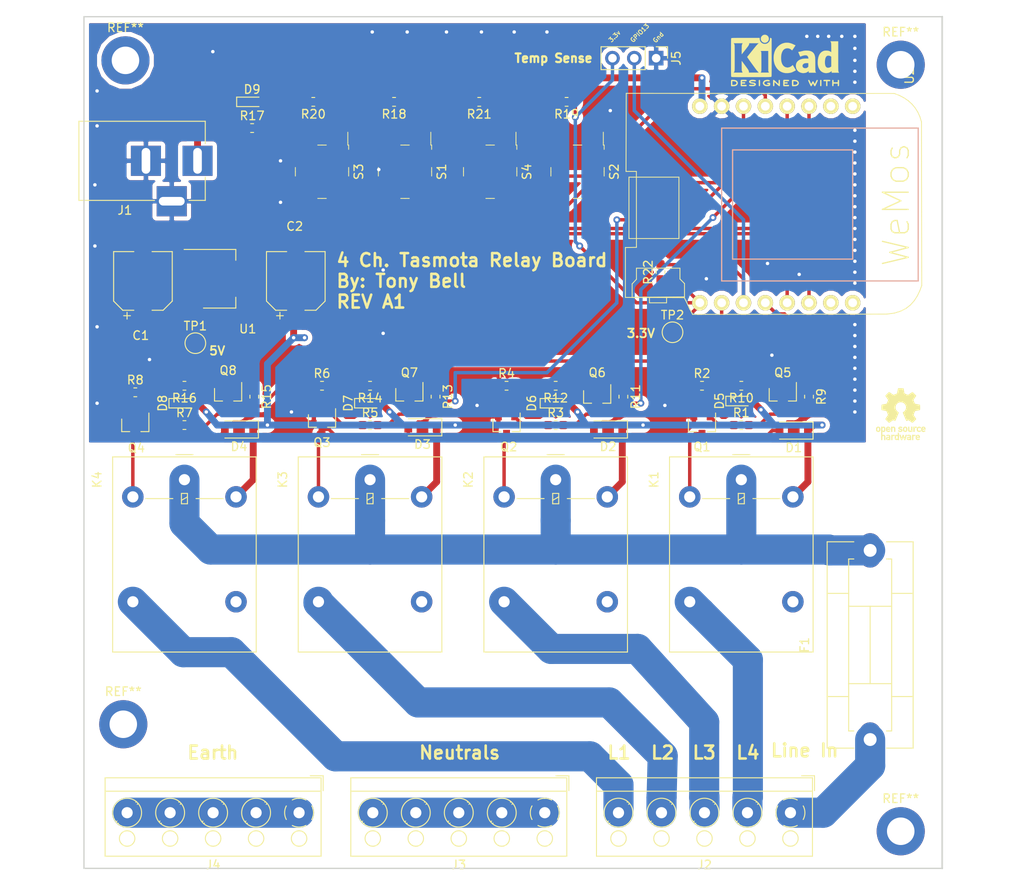
<source format=kicad_pcb>
(kicad_pcb (version 20171130) (host pcbnew "(5.0.0)")
  (layers (0 F.Cu signal) (31 B.Cu signal) (34 B.Paste user) (35 F.Paste user) (36 B.SilkS user) (37 F.SilkS user) (38 B.Mask user) (39 F.Mask user) (44 Edge.Cuts user))
  (net 0 "")
  (net 1 +5V)
  (net 2 GND)
  (net 3 "Net-(D1-Pad2)")
  (net 4 "Net-(Q1-Pad1)")
  (net 5 "Net-(D2-Pad2)")
  (net 6 "Net-(D3-Pad2)")
  (net 7 "Net-(D4-Pad2)")
  (net 8 "Net-(Q2-Pad1)")
  (net 9 "Net-(Q3-Pad1)")
  (net 10 "Net-(Q4-Pad1)")
  (net 11 Relay1)
  (net 12 Relay2)
  (net 13 Relay3)
  (net 14 Relay4)
  (net 15 L1)
  (net 16 LineIN)
  (net 17 L2)
  (net 18 L3)
  (net 19 L4)
  (net 20 Neutral)
  (net 21 Earth)
  (net 22 "Net-(K1-Pad4)")
  (net 23 "Net-(K2-Pad4)")
  (net 24 "Net-(K3-Pad4)")
  (net 25 "Net-(K4-Pad4)")
  (net 26 "Net-(U2-Pad8)")
  (net 27 "Net-(U2-Pad7)")
  (net 28 "Net-(U2-Pad10)")
  (net 29 "Net-(U2-Pad9)")
  (net 30 AC)
  (net 31 "Net-(Q8-Pad1)")
  (net 32 "Net-(D7-Pad1)")
  (net 33 "Net-(Q7-Pad3)")
  (net 34 "Net-(Q8-Pad3)")
  (net 35 "Net-(D8-Pad1)")
  (net 36 "Net-(Q5-Pad1)")
  (net 37 "Net-(Q5-Pad3)")
  (net 38 "Net-(D5-Pad1)")
  (net 39 "Net-(Q6-Pad1)")
  (net 40 "Net-(Q6-Pad3)")
  (net 41 "Net-(D6-Pad1)")
  (net 42 "Net-(Q7-Pad1)")
  (net 43 "Net-(D9-Pad2)")
  (net 44 /DC_IN)
  (net 45 "Net-(R19-Pad2)")
  (net 46 SW2)
  (net 47 SW0)
  (net 48 "Net-(R18-Pad2)")
  (net 49 "Net-(R21-Pad2)")
  (net 50 SW16)
  (net 51 SW14)
  (net 52 "Net-(R20-Pad2)")
  (net 53 +3V3)
  (net 54 OneWire)
  (module Resistor_SMD:R_0603_1608Metric_Pad1.05x0.95mm_HandSolder (layer F.Cu) (at 127 42.418 180)
    (fp_text reference R21 (at 0 -1.43 180) (layer F.SilkS))
    (fp_text value 1K)
    (pad 2 smd roundrect (at 0.875 0 180) (size 1.05 0.95) (layers F.Cu F.Paste F.Mask) (net 49 "Net-(R21-Pad2)"))
    (pad 1 smd roundrect (at -0.875 0 180) (size 1.05 0.95) (layers F.Cu F.Paste F.Mask) (net 53 +3V3))
  )
  (module Resistor_SMD:R_0603_1608Metric_Pad1.05x0.95mm_HandSolder (layer F.Cu) (at 107.696 42.418 180)
    (fp_text reference R20 (at 0 -1.43 180) (layer F.SilkS))
    (fp_text value 1K)
    (pad 1 smd roundrect (at -0.875 0 180) (size 1.05 0.95) (layers F.Cu F.Paste F.Mask) (net 53 +3V3))
    (pad 2 smd roundrect (at 0.875 0 180) (size 1.05 0.95) (layers F.Cu F.Paste F.Mask) (net 52 "Net-(R20-Pad2)"))
  )
  (module Resistor_SMD:R_0603_1608Metric_Pad1.05x0.95mm_HandSolder (layer F.Cu) (at 137.16 42.418 180)
    (fp_text reference R19 (at 0 -1.43 180) (layer F.SilkS))
    (fp_text value 1K)
    (pad 2 smd roundrect (at 0.875 0 180) (size 1.05 0.95) (layers F.Cu F.Paste F.Mask) (net 45 "Net-(R19-Pad2)"))
    (pad 1 smd roundrect (at -0.875 0 180) (size 1.05 0.95) (layers F.Cu F.Paste F.Mask) (net 53 +3V3))
  )
  (module Resistor_SMD:R_0603_1608Metric_Pad1.05x0.95mm_HandSolder (layer F.Cu) (at 117.094 42.418 180)
    (fp_text reference R18 (at 0 -1.43 180) (layer F.SilkS))
    (fp_text value 1K)
    (pad 1 smd roundrect (at -0.875 0 180) (size 1.05 0.95) (layers F.Cu F.Paste F.Mask) (net 53 +3V3))
    (pad 2 smd roundrect (at 0.875 0 180) (size 1.05 0.95) (layers F.Cu F.Paste F.Mask) (net 48 "Net-(R18-Pad2)"))
  )
  (module Resistor_SMD:R_0603_1608Metric_Pad1.05x0.95mm_HandSolder (layer F.Cu) (at 100.584 45.466)
    (fp_text reference R17 (at 0 -1.43) (layer F.SilkS))
    (fp_text value 1K)
    (pad 2 smd roundrect (at 0.875 0) (size 1.05 0.95) (layers F.Cu F.Paste F.Mask) (net 43 "Net-(D9-Pad2)"))
    (pad 1 smd roundrect (at -0.875 0) (size 1.05 0.95) (layers F.Cu F.Paste F.Mask) (net 1 +5V))
  )
  (module Resistor_SMD:R_0603_1608Metric_Pad1.05x0.95mm_HandSolder (layer F.Cu) (at 100.838 76.708 270)
    (fp_text reference R15 (at 0 -1.43 270) (layer F.SilkS))
    (fp_text value 1K)
    (pad 1 smd roundrect (at -0.875 0 270) (size 1.05 0.95) (layers F.Cu F.Paste F.Mask) (net 31 "Net-(Q8-Pad1)"))
    (pad 2 smd roundrect (at 0.875 0 270) (size 1.05 0.95) (layers F.Cu F.Paste F.Mask) (net 14 Relay4))
  )
  (module Resistor_SMD:R_0603_1608Metric_Pad1.05x0.95mm_HandSolder (layer F.Cu) (at 114.3 75.438 180)
    (fp_text reference R14 (at 0 -1.43 180) (layer F.SilkS))
    (fp_text value 1K)
    (pad 2 smd roundrect (at 0.875 0 180) (size 1.05 0.95) (layers F.Cu F.Paste F.Mask) (net 32 "Net-(D7-Pad1)"))
    (pad 1 smd roundrect (at -0.875 0 180) (size 1.05 0.95) (layers F.Cu F.Paste F.Mask) (net 33 "Net-(Q7-Pad3)"))
  )
  (module Resistor_SMD:R_0603_1608Metric_Pad1.05x0.95mm_HandSolder (layer F.Cu) (at 92.71 80.01)
    (fp_text reference R7 (at 0 -1.43) (layer F.SilkS))
    (fp_text value 1K)
    (pad 1 smd roundrect (at -0.875 0) (size 1.05 0.95) (layers F.Cu F.Paste F.Mask) (net 10 "Net-(Q4-Pad1)"))
    (pad 2 smd roundrect (at 0.875 0) (size 1.05 0.95) (layers F.Cu F.Paste F.Mask) (net 14 Relay4))
  )
  (module Resistor_SMD:R_0603_1608Metric_Pad1.05x0.95mm_HandSolder (layer F.Cu) (at 114.3 80.01)
    (fp_text reference R5 (at 0 -1.43) (layer F.SilkS))
    (fp_text value 1K)
    (pad 2 smd roundrect (at 0.875 0) (size 1.05 0.95) (layers F.Cu F.Paste F.Mask) (net 13 Relay3))
    (pad 1 smd roundrect (at -0.875 0) (size 1.05 0.95) (layers F.Cu F.Paste F.Mask) (net 9 "Net-(Q3-Pad1)"))
  )
  (module Resistor_SMD:R_0603_1608Metric_Pad1.05x0.95mm_HandSolder (layer F.Cu) (at 148.082 62.23 90)
    (fp_text reference R22 (at 0 -1.43 90) (layer F.SilkS))
    (fp_text value 4.7K)
    (pad 1 smd roundrect (at -0.875 0 90) (size 1.05 0.95) (layers F.Cu F.Paste F.Mask) (net 53 +3V3))
    (pad 2 smd roundrect (at 0.875 0 90) (size 1.05 0.95) (layers F.Cu F.Paste F.Mask) (net 54 OneWire))
  )
  (module Resistor_SMD:R_0603_1608Metric_Pad1.05x0.95mm_HandSolder (layer F.Cu) (at 108.712 75.438)
    (fp_text reference R6 (at 0 -1.43) (layer F.SilkS))
    (fp_text value 10K)
    (pad 2 smd roundrect (at 0.875 0) (size 1.05 0.95) (layers F.Cu F.Paste F.Mask) (net 9 "Net-(Q3-Pad1)"))
    (pad 1 smd roundrect (at -0.875 0) (size 1.05 0.95) (layers F.Cu F.Paste F.Mask) (net 2 GND))
  )
  (module Resistor_SMD:R_0603_1608Metric_Pad1.05x0.95mm_HandSolder (layer F.Cu) (at 92.71 75.438 180)
    (fp_text reference R16 (at 0 -1.43 180) (layer F.SilkS))
    (fp_text value 1K)
    (pad 1 smd roundrect (at -0.875 0 180) (size 1.05 0.95) (layers F.Cu F.Paste F.Mask) (net 34 "Net-(Q8-Pad3)"))
    (pad 2 smd roundrect (at 0.875 0 180) (size 1.05 0.95) (layers F.Cu F.Paste F.Mask) (net 35 "Net-(D8-Pad1)"))
  )
  (module Resistor_SMD:R_0603_1608Metric_Pad1.05x0.95mm_HandSolder (layer F.Cu) (at 152.908 75.438)
    (fp_text reference R2 (at 0 -1.43) (layer F.SilkS))
    (fp_text value 10K)
    (pad 2 smd roundrect (at 0.875 0) (size 1.05 0.95) (layers F.Cu F.Paste F.Mask) (net 4 "Net-(Q1-Pad1)"))
    (pad 1 smd roundrect (at -0.875 0) (size 1.05 0.95) (layers F.Cu F.Paste F.Mask) (net 2 GND))
  )
  (module Resistor_SMD:R_0603_1608Metric_Pad1.05x0.95mm_HandSolder (layer F.Cu) (at 157.48 80.01)
    (fp_text reference R1 (at 0 -1.43) (layer F.SilkS))
    (fp_text value 1K)
    (pad 1 smd roundrect (at -0.875 0) (size 1.05 0.95) (layers F.Cu F.Paste F.Mask) (net 4 "Net-(Q1-Pad1)"))
    (pad 2 smd roundrect (at 0.875 0) (size 1.05 0.95) (layers F.Cu F.Paste F.Mask) (net 11 Relay1))
  )
  (module Resistor_SMD:R_0603_1608Metric_Pad1.05x0.95mm_HandSolder (layer F.Cu) (at 86.995 76.2)
    (fp_text reference R8 (at 0 -1.43) (layer F.SilkS))
    (fp_text value 10K)
    (pad 2 smd roundrect (at 0.875 0) (size 1.05 0.95) (layers F.Cu F.Paste F.Mask) (net 10 "Net-(Q4-Pad1)"))
    (pad 1 smd roundrect (at -0.875 0) (size 1.05 0.95) (layers F.Cu F.Paste F.Mask) (net 2 GND))
  )
  (module Resistor_SMD:R_0603_1608Metric_Pad1.05x0.95mm_HandSolder (layer F.Cu) (at 165.354 76.708 270)
    (fp_text reference R9 (at 0 -1.43 270) (layer F.SilkS))
    (fp_text value 1K)
    (pad 1 smd roundrect (at -0.875 0 270) (size 1.05 0.95) (layers F.Cu F.Paste F.Mask) (net 36 "Net-(Q5-Pad1)"))
    (pad 2 smd roundrect (at 0.875 0 270) (size 1.05 0.95) (layers F.Cu F.Paste F.Mask) (net 11 Relay1))
  )
  (module Resistor_SMD:R_0603_1608Metric_Pad1.05x0.95mm_HandSolder (layer F.Cu) (at 157.48 75.438 180)
    (fp_text reference R10 (at 0 -1.43 180) (layer F.SilkS))
    (fp_text value 1K)
    (pad 2 smd roundrect (at 0.875 0 180) (size 1.05 0.95) (layers F.Cu F.Paste F.Mask) (net 38 "Net-(D5-Pad1)"))
    (pad 1 smd roundrect (at -0.875 0 180) (size 1.05 0.95) (layers F.Cu F.Paste F.Mask) (net 37 "Net-(Q5-Pad3)"))
  )
  (module Resistor_SMD:R_0603_1608Metric_Pad1.05x0.95mm_HandSolder (layer F.Cu) (at 143.764 76.708 270)
    (fp_text reference R11 (at 0 -1.43 270) (layer F.SilkS))
    (fp_text value 1K)
    (pad 1 smd roundrect (at -0.875 0 270) (size 1.05 0.95) (layers F.Cu F.Paste F.Mask) (net 39 "Net-(Q6-Pad1)"))
    (pad 2 smd roundrect (at 0.875 0 270) (size 1.05 0.95) (layers F.Cu F.Paste F.Mask) (net 12 Relay2))
  )
  (module Resistor_SMD:R_0603_1608Metric_Pad1.05x0.95mm_HandSolder (layer F.Cu) (at 135.89 75.438 180)
    (fp_text reference R12 (at 0 -1.43 180) (layer F.SilkS))
    (fp_text value 1K)
    (pad 2 smd roundrect (at 0.875 0 180) (size 1.05 0.95) (layers F.Cu F.Paste F.Mask) (net 41 "Net-(D6-Pad1)"))
    (pad 1 smd roundrect (at -0.875 0 180) (size 1.05 0.95) (layers F.Cu F.Paste F.Mask) (net 40 "Net-(Q6-Pad3)"))
  )
  (module Resistor_SMD:R_0603_1608Metric_Pad1.05x0.95mm_HandSolder (layer F.Cu) (at 135.89 80.01)
    (fp_text reference R3 (at 0 -1.43) (layer F.SilkS))
    (fp_text value 1K)
    (pad 1 smd roundrect (at -0.875 0) (size 1.05 0.95) (layers F.Cu F.Paste F.Mask) (net 8 "Net-(Q2-Pad1)"))
    (pad 2 smd roundrect (at 0.875 0) (size 1.05 0.95) (layers F.Cu F.Paste F.Mask) (net 12 Relay2))
  )
  (module Resistor_SMD:R_0603_1608Metric_Pad1.05x0.95mm_HandSolder (layer F.Cu) (at 130.175 75.438)
    (fp_text reference R4 (at 0 -1.43) (layer F.SilkS))
    (fp_text value 10K)
    (pad 2 smd roundrect (at 0.875 0) (size 1.05 0.95) (layers F.Cu F.Paste F.Mask) (net 8 "Net-(Q2-Pad1)"))
    (pad 1 smd roundrect (at -0.875 0) (size 1.05 0.95) (layers F.Cu F.Paste F.Mask) (net 2 GND))
  )
  (module Resistor_SMD:R_0603_1608Metric_Pad1.05x0.95mm_HandSolder (layer F.Cu) (at 121.92 76.708 270)
    (fp_text reference R13 (at 0 -1.43 270) (layer F.SilkS))
    (fp_text value 1K)
    (pad 1 smd roundrect (at -0.875 0 270) (size 1.05 0.95) (layers F.Cu F.Paste F.Mask) (net 42 "Net-(Q7-Pad1)"))
    (pad 2 smd roundrect (at 0.875 0 270) (size 1.05 0.95) (layers F.Cu F.Paste F.Mask) (net 13 Relay3))
  )
  (module Connector_PinHeader_2.54mm:PinHeader_1x03_P2.54mm_Vertical (layer F.Cu) (at 147.574 37.338 270)
    (fp_text reference J5 (at 0 -2.33 270) (layer F.SilkS))
    (fp_text value Conn_01x03_Male)
    (pad 1 thru_hole rect (at 0 0 270) (size 1.7 1.7) (drill 1) (layers *.Cu *.Mask) (net 2 GND))
    (pad 2 thru_hole oval (at 0 2.54 270) (size 1.7 1.7) (drill 1) (layers *.Cu *.Mask) (net 54 OneWire))
    (pad 3 thru_hole oval (at 0 5.08 270) (size 1.7 1.7) (drill 1) (layers *.Cu *.Mask) (net 53 +3V3))
  )
  (module TestPoint:TestPoint_Pad_D2.0mm (layer F.Cu) (at 93.98 70.485)
    (fp_text reference TP1 (at 0 -1.998) (layer F.SilkS))
    (fp_text value 5V)
    (pad 1 smd circle (at 0 0) (size 2 2) (layers F.Cu F.Mask) (net 1 +5V))
  )
  (module TestPoint:TestPoint_Pad_D2.0mm (layer F.Cu) (at 149.479 69.215)
    (fp_text reference TP2 (at 0 -1.998) (layer F.SilkS))
    (fp_text value 3.3V)
    (pad 1 smd circle (at 0 0) (size 2 2) (layers F.Cu F.Mask) (net 53 +3V3))
  )
  (module digikey-footprints:Switch_Tactile_SMD_6x6mm_PTS645 (layer F.Cu) (at 118.364 50.546 270)
    (fp_text reference S1 (at 0 -4.27 270) (layer F.SilkS))
    (fp_text value PTS645SM43SMTR92_LFS)
    (pad 4 smd rect (at 3.975 2.25 270) (size 1.55 1.3) (layers F.Cu F.Paste F.Mask) (net 47 SW0))
    (pad 3 smd rect (at -3.975 2.25 270) (size 1.55 1.3) (layers F.Cu F.Paste F.Mask) (net 48 "Net-(R18-Pad2)"))
    (pad 2 smd rect (at 3.975 -2.25 270) (size 1.55 1.3) (layers F.Cu F.Paste F.Mask) (net 2 GND))
    (pad 1 smd rect (at -3.975 -2.25 270) (size 1.55 1.3) (layers F.Cu F.Paste F.Mask) (net 2 GND))
  )
  (module Diodes_SMD:D_SOD-123 (layer F.Cu) (at 163.576 80.645 180)
    (fp_text reference D1 (at 0 -2 180) (layer F.SilkS))
    (fp_text value 1N4148)
    (pad 1 smd rect (at -1.65 0 180) (size 0.9 1.2) (layers F.Cu F.Paste F.Mask) (net 1 +5V))
    (pad 2 smd rect (at 1.65 0 180) (size 0.9 1.2) (layers F.Cu F.Paste F.Mask) (net 3 "Net-(D1-Pad2)"))
  )
  (module Diodes_SMD:D_SOD-123 (layer F.Cu) (at 141.986 80.518 180)
    (fp_text reference D2 (at 0 -2 180) (layer F.SilkS))
    (fp_text value 1N4148)
    (pad 2 smd rect (at 1.65 0 180) (size 0.9 1.2) (layers F.Cu F.Paste F.Mask) (net 5 "Net-(D2-Pad2)"))
    (pad 1 smd rect (at -1.65 0 180) (size 0.9 1.2) (layers F.Cu F.Paste F.Mask) (net 1 +5V))
  )
  (module Diodes_SMD:D_SOD-123 (layer F.Cu) (at 120.396 80.264 180)
    (fp_text reference D3 (at 0 -2 180) (layer F.SilkS))
    (fp_text value 1N4148)
    (pad 1 smd rect (at -1.65 0 180) (size 0.9 1.2) (layers F.Cu F.Paste F.Mask) (net 1 +5V))
    (pad 2 smd rect (at 1.65 0 180) (size 0.9 1.2) (layers F.Cu F.Paste F.Mask) (net 6 "Net-(D3-Pad2)"))
  )
  (module Diodes_SMD:D_SOD-123 (layer F.Cu) (at 99.06 80.518 180)
    (fp_text reference D4 (at 0 -2 180) (layer F.SilkS))
    (fp_text value 1N4148)
    (pad 2 smd rect (at 1.65 0 180) (size 0.9 1.2) (layers F.Cu F.Paste F.Mask) (net 7 "Net-(D4-Pad2)"))
    (pad 1 smd rect (at -1.65 0 180) (size 0.9 1.2) (layers F.Cu F.Paste F.Mask) (net 1 +5V))
  )
  (module My_Component_Footprints:Wemos_D1_mini_board (layer F.Cu) (at 160.274 54.356 270)
    (fp_text reference U2 (at -14.986 -16.764 270) (layer F.SilkS))
    (fp_text value WeMos_mini)
    (fp_text user WeMos (at 0 -15.24 270) (layer F.SilkS) (effects (font (size 3 3))))
    (pad 8 thru_hole circle (at -11.43 -10.16 270) (size 1.8 1.8) (drill 1.016) (layers *.Cu *.Mask F.SilkS) (net 26 "Net-(U2-Pad8)"))
    (pad 7 thru_hole circle (at -11.43 -7.62 270) (size 1.8 1.8) (drill 1.016) (layers *.Cu *.Mask F.SilkS) (net 27 "Net-(U2-Pad7)"))
    (pad 6 thru_hole circle (at -11.43 -5.08 270) (size 1.8 1.8) (drill 1.016) (layers *.Cu *.Mask F.SilkS) (net 12 Relay2))
    (pad 5 thru_hole circle (at -11.43 -2.54 270) (size 1.8 1.8) (drill 1.016) (layers *.Cu *.Mask F.SilkS) (net 13 Relay3))
    (pad 4 thru_hole circle (at -11.43 0 270) (size 1.8 1.8) (drill 1.016) (layers *.Cu *.Mask F.SilkS) (net 47 SW0))
    (pad 3 thru_hole circle (at -11.43 2.54 270) (size 1.8 1.8) (drill 1.016) (layers *.Cu *.Mask F.SilkS) (net 46 SW2))
    (pad 2 thru_hole circle (at -11.43 5.08 270) (size 1.8 1.8) (drill 1.016) (layers *.Cu *.Mask F.SilkS) (net 2 GND))
    (pad 1 thru_hole circle (at -11.43 7.62 270) (size 1.8 1.8) (drill 1.016) (layers *.Cu *.Mask F.SilkS) (net 1 +5V))
    (pad 16 thru_hole circle (at 11.43 7.62 270) (size 1.8 1.8) (drill 1.016) (layers *.Cu *.Mask F.SilkS) (net 53 +3V3))
    (pad 15 thru_hole circle (at 11.43 5.08 270) (size 1.8 1.8) (drill 1.016) (layers *.Cu *.Mask F.SilkS) (net 14 Relay4))
    (pad 14 thru_hole circle (at 11.43 2.54 270) (size 1.8 1.8) (drill 1.016) (layers *.Cu *.Mask F.SilkS) (net 54 OneWire))
    (pad 13 thru_hole circle (at 11.43 0 270) (size 1.8 1.8) (drill 1.016) (layers *.Cu *.Mask F.SilkS) (net 11 Relay1))
    (pad 12 thru_hole circle (at 11.43 -2.54 270) (size 1.8 1.8) (drill 1.016) (layers *.Cu *.Mask F.SilkS) (net 51 SW14))
    (pad 11 thru_hole circle (at 11.43 -5.08 270) (size 1.8 1.8) (drill 1.016) (layers *.Cu *.Mask F.SilkS) (net 50 SW16))
    (pad 10 thru_hole circle (at 11.43 -7.62 270) (size 1.8 1.8) (drill 1.016) (layers *.Cu *.Mask F.SilkS) (net 28 "Net-(U2-Pad10)"))
    (pad 9 thru_hole circle (at 11.43 -10.16 270) (size 1.8 1.8) (drill 1.016) (layers *.Cu *.Mask F.SilkS) (net 29 "Net-(U2-Pad9)"))
  )
  (module digikey-footprints:Switch_Tactile_SMD_6x6mm_PTS645 (layer F.Cu) (at 108.712 50.546 270)
    (fp_text reference S3 (at 0 -4.27 270) (layer F.SilkS))
    (fp_text value PTS645SM43SMTR92_LFS)
    (pad 4 smd rect (at 3.975 2.25 270) (size 1.55 1.3) (layers F.Cu F.Paste F.Mask) (net 51 SW14))
    (pad 3 smd rect (at -3.975 2.25 270) (size 1.55 1.3) (layers F.Cu F.Paste F.Mask) (net 52 "Net-(R20-Pad2)"))
    (pad 2 smd rect (at 3.975 -2.25 270) (size 1.55 1.3) (layers F.Cu F.Paste F.Mask) (net 2 GND))
    (pad 1 smd rect (at -3.975 -2.25 270) (size 1.55 1.3) (layers F.Cu F.Paste F.Mask) (net 2 GND))
  )
  (module digikey-footprints:Switch_Tactile_SMD_6x6mm_PTS645 (layer F.Cu) (at 128.27 50.546 270)
    (fp_text reference S4 (at 0 -4.27 270) (layer F.SilkS))
    (fp_text value PTS645SM43SMTR92_LFS)
    (pad 1 smd rect (at -3.975 -2.25 270) (size 1.55 1.3) (layers F.Cu F.Paste F.Mask) (net 2 GND))
    (pad 2 smd rect (at 3.975 -2.25 270) (size 1.55 1.3) (layers F.Cu F.Paste F.Mask) (net 2 GND))
    (pad 3 smd rect (at -3.975 2.25 270) (size 1.55 1.3) (layers F.Cu F.Paste F.Mask) (net 49 "Net-(R21-Pad2)"))
    (pad 4 smd rect (at 3.975 2.25 270) (size 1.55 1.3) (layers F.Cu F.Paste F.Mask) (net 50 SW16))
  )
  (module digikey-footprints:Switch_Tactile_SMD_6x6mm_PTS645 (layer F.Cu) (at 138.43 50.546 270)
    (fp_text reference S2 (at 0 -4.27 270) (layer F.SilkS))
    (fp_text value PTS645SM43SMTR92_LFS)
    (pad 1 smd rect (at -3.975 -2.25 270) (size 1.55 1.3) (layers F.Cu F.Paste F.Mask) (net 2 GND))
    (pad 2 smd rect (at 3.975 -2.25 270) (size 1.55 1.3) (layers F.Cu F.Paste F.Mask) (net 2 GND))
    (pad 3 smd rect (at -3.975 2.25 270) (size 1.55 1.3) (layers F.Cu F.Paste F.Mask) (net 45 "Net-(R19-Pad2)"))
    (pad 4 smd rect (at 3.975 2.25 270) (size 1.55 1.3) (layers F.Cu F.Paste F.Mask) (net 46 SW2))
  )
  (module LEDs:LED_0603_HandSoldering (layer F.Cu) (at 157.48 77.216)
    (fp_text reference D5 (at -2.54 0 90) (layer F.SilkS))
    (fp_text value LED)
    (pad 2 smd rect (at 1.1 0) (size 1.2 0.9) (layers F.Cu F.Paste F.Mask) (net 1 +5V))
    (pad 1 smd rect (at -1.1 0) (size 1.2 0.9) (layers F.Cu F.Paste F.Mask) (net 38 "Net-(D5-Pad1)"))
  )
  (module LEDs:LED_0603_HandSoldering (layer F.Cu) (at 135.89 77.47)
    (fp_text reference D6 (at -2.794 0 90) (layer F.SilkS))
    (fp_text value LED)
    (pad 1 smd rect (at -1.1 0) (size 1.2 0.9) (layers F.Cu F.Paste F.Mask) (net 41 "Net-(D6-Pad1)"))
    (pad 2 smd rect (at 1.1 0) (size 1.2 0.9) (layers F.Cu F.Paste F.Mask) (net 1 +5V))
  )
  (module LEDs:LED_0603_HandSoldering (layer F.Cu) (at 114.3 77.47)
    (fp_text reference D7 (at -2.54 0 90) (layer F.SilkS))
    (fp_text value LED)
    (pad 2 smd rect (at 1.1 0) (size 1.2 0.9) (layers F.Cu F.Paste F.Mask) (net 1 +5V))
    (pad 1 smd rect (at -1.1 0) (size 1.2 0.9) (layers F.Cu F.Paste F.Mask) (net 32 "Net-(D7-Pad1)"))
  )
  (module LEDs:LED_0603_HandSoldering (layer F.Cu) (at 92.71 77.47)
    (fp_text reference D8 (at -2.54 0 90) (layer F.SilkS))
    (fp_text value LED)
    (pad 1 smd rect (at -1.1 0) (size 1.2 0.9) (layers F.Cu F.Paste F.Mask) (net 35 "Net-(D8-Pad1)"))
    (pad 2 smd rect (at 1.1 0) (size 1.2 0.9) (layers F.Cu F.Paste F.Mask) (net 1 +5V))
  )
  (module LEDs:LED_0603_HandSoldering (layer F.Cu) (at 100.584 42.418)
    (fp_text reference D9 (at 0 -1.45) (layer F.SilkS))
    (fp_text value LED)
    (pad 2 smd rect (at 1.1 0) (size 1.2 0.9) (layers F.Cu F.Paste F.Mask) (net 43 "Net-(D9-Pad2)"))
    (pad 1 smd rect (at -1.1 0) (size 1.2 0.9) (layers F.Cu F.Paste F.Mask) (net 2 GND))
  )
  (module Fuse_Holders_and_Fuses:Fuseholder5x20_horiz_SemiClosed_Casing10x25mm (layer F.Cu) (at 172.466 116.586 90)
    (fp_text reference F1 (at 11 -7.62 90) (layer F.SilkS))
    (fp_text value "Fuse 5A")
    (pad 2 thru_hole oval (at 22 0) (size 2.5 4) (drill 1.5) (layers *.Cu *.Mask) (net 16 LineIN))
    (pad 1 thru_hole oval (at 0 0) (size 2.5 4) (drill 1.5) (layers *.Cu *.Mask) (net 30 AC))
  )
  (module Connectors:BARREL_JACK (layer F.Cu) (at 94.234 49.276)
    (fp_text reference J1 (at -8.45 5.75 -180) (layer F.SilkS))
    (fp_text value Barrel_Jack_Switch)
    (pad 3 thru_hole rect (at -3 4.7) (size 3.5 3.5) (drill oval 3 1) (layers *.Cu *.Mask) (net 2 GND))
    (pad 2 thru_hole rect (at -6 0) (size 3.5 3.5) (drill oval 1 3) (layers *.Cu *.Mask) (net 2 GND))
    (pad 1 thru_hole rect (at 0 0) (size 3.5 3.5) (drill oval 1 3) (layers *.Cu *.Mask) (net 44 /DC_IN))
  )
  (module Package_TO_SOT_SMD:SOT-23 (layer F.Cu) (at 118.872 76.454 270)
    (fp_text reference Q7 (at -2.54 0) (layer F.SilkS))
    (fp_text value 2N7002)
    (pad 3 smd rect (at 1 0 270) (size 0.9 0.8) (layers F.Cu F.Paste F.Mask) (net 33 "Net-(Q7-Pad3)"))
    (pad 2 smd rect (at -1 0.95 270) (size 0.9 0.8) (layers F.Cu F.Paste F.Mask) (net 2 GND))
    (pad 1 smd rect (at -1 -0.95 270) (size 0.9 0.8) (layers F.Cu F.Paste F.Mask) (net 42 "Net-(Q7-Pad1)"))
  )
  (module Package_TO_SOT_SMD:SOT-23 (layer F.Cu) (at 162.306 76.454 270)
    (fp_text reference Q5 (at -2.54 0 180) (layer F.SilkS))
    (fp_text value 2N7002)
    (pad 1 smd rect (at -1 -0.95 270) (size 0.9 0.8) (layers F.Cu F.Paste F.Mask) (net 36 "Net-(Q5-Pad1)"))
    (pad 2 smd rect (at -1 0.95 270) (size 0.9 0.8) (layers F.Cu F.Paste F.Mask) (net 2 GND))
    (pad 3 smd rect (at 1 0 270) (size 0.9 0.8) (layers F.Cu F.Paste F.Mask) (net 37 "Net-(Q5-Pad3)"))
  )
  (module Package_TO_SOT_SMD:SOT-23 (layer F.Cu) (at 140.716 76.708 270)
    (fp_text reference Q6 (at -2.794 0) (layer F.SilkS))
    (fp_text value 2N7002)
    (pad 3 smd rect (at 1 0 270) (size 0.9 0.8) (layers F.Cu F.Paste F.Mask) (net 40 "Net-(Q6-Pad3)"))
    (pad 2 smd rect (at -1 0.95 270) (size 0.9 0.8) (layers F.Cu F.Paste F.Mask) (net 2 GND))
    (pad 1 smd rect (at -1 -0.95 270) (size 0.9 0.8) (layers F.Cu F.Paste F.Mask) (net 39 "Net-(Q6-Pad1)"))
  )
  (module Package_TO_SOT_SMD:SOT-23 (layer F.Cu) (at 97.79 76.454 270)
    (fp_text reference Q8 (at -2.794 0) (layer F.SilkS))
    (fp_text value 2N7002)
    (pad 1 smd rect (at -1 -0.95 270) (size 0.9 0.8) (layers F.Cu F.Paste F.Mask) (net 31 "Net-(Q8-Pad1)"))
    (pad 2 smd rect (at -1 0.95 270) (size 0.9 0.8) (layers F.Cu F.Paste F.Mask) (net 2 GND))
    (pad 3 smd rect (at 1 0 270) (size 0.9 0.8) (layers F.Cu F.Paste F.Mask) (net 34 "Net-(Q8-Pad3)"))
  )
  (module Capacitor_SMD:CP_Elec_6.3x9.9 (layer F.Cu) (at 105.664 63.246 90)
    (fp_text reference C2 (at 6.35 -0.127 180) (layer F.SilkS))
    (fp_text value 22uF)
    (pad 2 smd rect (at 2.8 0 90) (size 3.5 1.6) (layers F.Cu F.Paste F.Mask) (net 2 GND))
    (pad 1 smd rect (at -2.8 0 90) (size 3.5 1.6) (layers F.Cu F.Paste F.Mask) (net 1 +5V))
  )
  (module Capacitor_SMD:CP_Elec_6.3x9.9 (layer F.Cu) (at 87.884 63.246 90)
    (fp_text reference C1 (at -6.35 -0.254 180) (layer F.SilkS))
    (fp_text value 10uF)
    (pad 1 smd rect (at -2.8 0 90) (size 3.5 1.6) (layers F.Cu F.Paste F.Mask) (net 44 /DC_IN))
    (pad 2 smd rect (at 2.8 0 90) (size 3.5 1.6) (layers F.Cu F.Paste F.Mask) (net 2 GND))
  )
  (module Package_TO_SOT_SMD:SOT-23 (layer F.Cu) (at 152.908 80.01 270)
    (fp_text reference Q1 (at 2.54 0) (layer F.SilkS))
    (fp_text value 2N7002)
    (pad 1 smd rect (at -1 -0.95 270) (size 0.9 0.8) (layers F.Cu F.Paste F.Mask) (net 4 "Net-(Q1-Pad1)"))
    (pad 2 smd rect (at -1 0.95 270) (size 0.9 0.8) (layers F.Cu F.Paste F.Mask) (net 2 GND))
    (pad 3 smd rect (at 1 0 270) (size 0.9 0.8) (layers F.Cu F.Paste F.Mask) (net 3 "Net-(D1-Pad2)"))
  )
  (module Package_TO_SOT_SMD:SOT-223-3_TabPin2 (layer F.Cu) (at 96.774 62.992)
    (fp_text reference U1 (at 3.302 5.842) (layer F.SilkS))
    (fp_text value AP1117-15)
    (pad 2 smd rect (at 3.15 0) (size 2 3.8) (layers F.Cu F.Paste F.Mask) (net 1 +5V))
    (pad 2 smd rect (at -3.15 0) (size 2 1.5) (layers F.Cu F.Paste F.Mask) (net 1 +5V))
    (pad 3 smd rect (at -3.15 2.3) (size 2 1.5) (layers F.Cu F.Paste F.Mask) (net 44 /DC_IN))
    (pad 1 smd rect (at -3.15 -2.3) (size 2 1.5) (layers F.Cu F.Paste F.Mask) (net 2 GND))
  )
  (module Relay_THT:Relay_SPDT_Omron-G5LE-1 (layer F.Cu) (at 157.48 86.36)
    (fp_text reference K1 (at -10.16 0 90) (layer F.SilkS))
    (fp_text value G5LE-1)
    (pad 5 thru_hole oval (at 6 2) (size 2.5 2.5) (drill 1.3) (layers *.Cu *.Mask) (net 1 +5V))
    (pad 4 thru_hole oval (at 6 14.2) (size 2.5 2.5) (drill 1.3) (layers *.Cu *.Mask) (net 22 "Net-(K1-Pad4)"))
    (pad 3 thru_hole oval (at -6 14.2) (size 2.5 2.5) (drill 1.3) (layers *.Cu *.Mask) (net 15 L1))
    (pad 2 thru_hole oval (at -6 2) (size 2.5 2.5) (drill 1.3) (layers *.Cu *.Mask) (net 3 "Net-(D1-Pad2)"))
    (pad 1 thru_hole rect (at 0 0) (size 2.5 2.5) (drill 1.3) (layers *.Cu *.Mask) (net 16 LineIN))
  )
  (module Relay_THT:Relay_SPDT_Omron-G5LE-1 (layer F.Cu) (at 135.89 86.36)
    (fp_text reference K2 (at -10.16 0 90) (layer F.SilkS))
    (fp_text value G5LE-1)
    (pad 1 thru_hole rect (at 0 0) (size 2.5 2.5) (drill 1.3) (layers *.Cu *.Mask) (net 16 LineIN))
    (pad 2 thru_hole oval (at -6 2) (size 2.5 2.5) (drill 1.3) (layers *.Cu *.Mask) (net 5 "Net-(D2-Pad2)"))
    (pad 3 thru_hole oval (at -6 14.2) (size 2.5 2.5) (drill 1.3) (layers *.Cu *.Mask) (net 17 L2))
    (pad 4 thru_hole oval (at 6 14.2) (size 2.5 2.5) (drill 1.3) (layers *.Cu *.Mask) (net 23 "Net-(K2-Pad4)"))
    (pad 5 thru_hole oval (at 6 2) (size 2.5 2.5) (drill 1.3) (layers *.Cu *.Mask) (net 1 +5V))
  )
  (module Relay_THT:Relay_SPDT_Omron-G5LE-1 (layer F.Cu) (at 114.3 86.36)
    (fp_text reference K3 (at -10.16 0 90) (layer F.SilkS))
    (fp_text value G5LE-1)
    (pad 5 thru_hole oval (at 6 2) (size 2.5 2.5) (drill 1.3) (layers *.Cu *.Mask) (net 1 +5V))
    (pad 4 thru_hole oval (at 6 14.2) (size 2.5 2.5) (drill 1.3) (layers *.Cu *.Mask) (net 24 "Net-(K3-Pad4)"))
    (pad 3 thru_hole oval (at -6 14.2) (size 2.5 2.5) (drill 1.3) (layers *.Cu *.Mask) (net 18 L3))
    (pad 2 thru_hole oval (at -6 2) (size 2.5 2.5) (drill 1.3) (layers *.Cu *.Mask) (net 6 "Net-(D3-Pad2)"))
    (pad 1 thru_hole rect (at 0 0) (size 2.5 2.5) (drill 1.3) (layers *.Cu *.Mask) (net 16 LineIN))
  )
  (module Relay_THT:Relay_SPDT_Omron-G5LE-1 (layer F.Cu) (at 92.71 86.36)
    (fp_text reference K4 (at -10.16 0 90) (layer F.SilkS))
    (fp_text value G5LE-1)
    (pad 1 thru_hole rect (at 0 0) (size 2.5 2.5) (drill 1.3) (layers *.Cu *.Mask) (net 16 LineIN))
    (pad 2 thru_hole oval (at -6 2) (size 2.5 2.5) (drill 1.3) (layers *.Cu *.Mask) (net 7 "Net-(D4-Pad2)"))
    (pad 3 thru_hole oval (at -6 14.2) (size 2.5 2.5) (drill 1.3) (layers *.Cu *.Mask) (net 19 L4))
    (pad 4 thru_hole oval (at 6 14.2) (size 2.5 2.5) (drill 1.3) (layers *.Cu *.Mask) (net 25 "Net-(K4-Pad4)"))
    (pad 5 thru_hole oval (at 6 2) (size 2.5 2.5) (drill 1.3) (layers *.Cu *.Mask) (net 1 +5V))
  )
  (module Package_TO_SOT_SMD:SOT-23 (layer F.Cu) (at 130.175 80.01 270)
    (fp_text reference Q2 (at 2.54 -0.254) (layer F.SilkS))
    (fp_text value 2N7002)
    (pad 1 smd rect (at -1 -0.95 270) (size 0.9 0.8) (layers F.Cu F.Paste F.Mask) (net 8 "Net-(Q2-Pad1)"))
    (pad 2 smd rect (at -1 0.95 270) (size 0.9 0.8) (layers F.Cu F.Paste F.Mask) (net 2 GND))
    (pad 3 smd rect (at 1 0 270) (size 0.9 0.8) (layers F.Cu F.Paste F.Mask) (net 5 "Net-(D2-Pad2)"))
  )
  (module Package_TO_SOT_SMD:SOT-23 (layer F.Cu) (at 108.712 79.502 270)
    (fp_text reference Q3 (at 2.54 0) (layer F.SilkS))
    (fp_text value 2N7002)
    (pad 3 smd rect (at 1 0 270) (size 0.9 0.8) (layers F.Cu F.Paste F.Mask) (net 6 "Net-(D3-Pad2)"))
    (pad 2 smd rect (at -1 0.95 270) (size 0.9 0.8) (layers F.Cu F.Paste F.Mask) (net 2 GND))
    (pad 1 smd rect (at -1 -0.95 270) (size 0.9 0.8) (layers F.Cu F.Paste F.Mask) (net 9 "Net-(Q3-Pad1)"))
  )
  (module Package_TO_SOT_SMD:SOT-23 (layer F.Cu) (at 86.995 80.01 270)
    (fp_text reference Q4 (at 2.667 -0.127) (layer F.SilkS))
    (fp_text value 2N7002)
    (pad 1 smd rect (at -1 -0.95 270) (size 0.9 0.8) (layers F.Cu F.Paste F.Mask) (net 10 "Net-(Q4-Pad1)"))
    (pad 2 smd rect (at -1 0.95 270) (size 0.9 0.8) (layers F.Cu F.Paste F.Mask) (net 2 GND))
    (pad 3 smd rect (at 1 0 270) (size 0.9 0.8) (layers F.Cu F.Paste F.Mask) (net 7 "Net-(D4-Pad2)"))
  )
  (module TerminalBlock_RND:TerminalBlock_RND_205-00004_1x05_P5.00mm_Horizontal (layer F.Cu) (at 163.195 125.095 180)
    (fp_text reference J2 (at 10 -6.06 180) (layer F.SilkS))
    (fp_text value Live)
    (pad 1 thru_hole rect (at 0 0 180) (size 2.5 2.5) (drill 1.3) (layers *.Cu *.Mask) (net 30 AC))
    (pad 2 thru_hole circle (at 5 0 180) (size 2.5 2.5) (drill 1.3) (layers *.Cu *.Mask) (net 15 L1))
    (pad 3 thru_hole circle (at 10 0 180) (size 2.5 2.5) (drill 1.3) (layers *.Cu *.Mask) (net 17 L2))
    (pad 4 thru_hole circle (at 15 0 180) (size 2.5 2.5) (drill 1.3) (layers *.Cu *.Mask) (net 18 L3))
    (pad 5 thru_hole circle (at 20 0 180) (size 2.5 2.5) (drill 1.3) (layers *.Cu *.Mask) (net 19 L4))
  )
  (module TerminalBlock_RND:TerminalBlock_RND_205-00004_1x05_P5.00mm_Horizontal (layer F.Cu) (at 134.62 125.095 180)
    (fp_text reference J3 (at 10 -6.06 180) (layer F.SilkS))
    (fp_text value Neutrals)
    (pad 5 thru_hole circle (at 20 0 180) (size 2.5 2.5) (drill 1.3) (layers *.Cu *.Mask) (net 20 Neutral))
    (pad 4 thru_hole circle (at 15 0 180) (size 2.5 2.5) (drill 1.3) (layers *.Cu *.Mask) (net 20 Neutral))
    (pad 3 thru_hole circle (at 10 0 180) (size 2.5 2.5) (drill 1.3) (layers *.Cu *.Mask) (net 20 Neutral))
    (pad 2 thru_hole circle (at 5 0 180) (size 2.5 2.5) (drill 1.3) (layers *.Cu *.Mask) (net 20 Neutral))
    (pad 1 thru_hole rect (at 0 0 180) (size 2.5 2.5) (drill 1.3) (layers *.Cu *.Mask) (net 20 Neutral))
  )
  (module TerminalBlock_RND:TerminalBlock_RND_205-00004_1x05_P5.00mm_Horizontal (layer F.Cu) (at 106.045 125.095 180)
    (fp_text reference J4 (at 10 -6.06 180) (layer F.SilkS))
    (fp_text value Earths)
    (pad 1 thru_hole rect (at 0 0 180) (size 2.5 2.5) (drill 1.3) (layers *.Cu *.Mask) (net 21 Earth))
    (pad 2 thru_hole circle (at 5 0 180) (size 2.5 2.5) (drill 1.3) (layers *.Cu *.Mask) (net 21 Earth))
    (pad 3 thru_hole circle (at 10 0 180) (size 2.5 2.5) (drill 1.3) (layers *.Cu *.Mask) (net 21 Earth))
    (pad 4 thru_hole circle (at 15 0 180) (size 2.5 2.5) (drill 1.3) (layers *.Cu *.Mask) (net 21 Earth))
    (pad 5 thru_hole circle (at 20 0 180) (size 2.5 2.5) (drill 1.3) (layers *.Cu *.Mask) (net 21 Earth))
  )
  (module Symbol:OSHW-Logo_5.7x6mm_SilkScreen (layer F.Cu) (at 176.022 78.74)
    (fp_text reference REF** hide)
    (fp_text value OSHW-Logo_5.7x6mm_SilkScreen hide)
  )
  (module Symbol:KiCad-Logo2_6mm_SilkScreen (layer F.Cu) (at 162.56 37.592)
    (fp_text reference REF** hide)
    (fp_text value KiCad-Logo2_6mm_SilkScreen hide)
  )
  (module MountingHole:MountingHole_3.2mm_M3_DIN965_Pad (layer F.Cu) (at 85.852 37.592)
    (fp_text reference REF** (at 0 -3.8) (layer F.SilkS))
    (fp_text value MountingHole_3.2mm_M3_DIN965_Pad)
    (pad 1 thru_hole circle (at 0 0) (size 5.6 5.6) (drill 3.2) (layers *.Cu *.Mask))
  )
  (module MountingHole:MountingHole_3.2mm_M3_DIN965_Pad (layer F.Cu) (at 176.022 38.1)
    (fp_text reference REF** (at 0 -3.8) (layer F.SilkS))
    (fp_text value MountingHole_3.2mm_M3_DIN965_Pad)
    (pad 1 thru_hole circle (at 0 0) (size 5.6 5.6) (drill 3.2) (layers *.Cu *.Mask))
  )
  (module MountingHole:MountingHole_3.2mm_M3_DIN965_Pad (layer F.Cu) (at 176.022 127.254)
    (fp_text reference REF** (at 0 -3.8) (layer F.SilkS))
    (fp_text value MountingHole_3.2mm_M3_DIN965_Pad)
    (pad 1 thru_hole circle (at 0 0) (size 5.6 5.6) (drill 3.2) (layers *.Cu *.Mask))
  )
  (module MountingHole:MountingHole_3.2mm_M3_DIN965_Pad (layer F.Cu) (at 85.598 114.808)
    (fp_text reference REF** (at 0 -3.8) (layer F.SilkS))
    (fp_text value MountingHole_3.2mm_M3_DIN965_Pad)
    (pad 1 thru_hole circle (at 0 0) (size 5.6 5.6) (drill 3.2) (layers *.Cu *.Mask))
  )
  (gr_line (start 81.026 131.572) (end 180.848 131.572) (layer Edge.Cuts) (width 0.15))
  (gr_line (start 180.848 32.512) (end 180.848 131.572) (layer Edge.Cuts) (width 0.2))
  (gr_text "3.3V\n" (at 145.796 69.342) (layer F.SilkS) (effects (font (size 1 1) (thickness 0.2))))
  (gr_text 5V (at 96.52 71.374) (layer F.SilkS) (effects (font (size 1 1) (thickness 0.2))))
  (gr_text GPIO13 (at 145.669 34.417 45) (layer F.SilkS) (effects (font (size 0.5 0.5) (thickness 0.1))))
  (gr_text Gnd (at 147.828 34.925 45) (layer F.SilkS) (effects (font (size 0.5 0.5) (thickness 0.1))))
  (gr_text 3.3v (at 142.748 34.798 45) (layer F.SilkS) (effects (font (size 0.5 0.5) (thickness 0.1))))
  (gr_text "Temp Sense" (at 135.636 37.338) (layer F.SilkS) (effects (font (size 1 1) (thickness 0.25))))
  (gr_line (start 81.026 32.512) (end 81.026 131.572) (layer Edge.Cuts) (width 0.15))
  (gr_text "Line In" (at 164.846 117.856) (layer F.SilkS) (effects (font (size 1.5 1.5) (thickness 0.3))))
  (gr_text L4 (at 158.242 118.11) (layer F.SilkS) (effects (font (size 1.5 1.5) (thickness 0.3))))
  (gr_text L3 (at 153.162 118.11) (layer F.SilkS) (effects (font (size 1.5 1.5) (thickness 0.3))))
  (gr_text L2 (at 148.336 118.11) (layer F.SilkS) (effects (font (size 1.5 1.5) (thickness 0.3))))
  (gr_text L1 (at 143.256 118.11) (layer F.SilkS) (effects (font (size 1.5 1.5) (thickness 0.3))))
  (gr_text Neutrals (at 124.714 118.11) (layer F.SilkS) (effects (font (size 1.5 1.5) (thickness 0.3))))
  (gr_text Earth (at 96.012 118.11) (layer F.SilkS) (effects (font (size 1.5 1.5) (thickness 0.3))))
  (gr_text "4 Ch. Tasmota Relay Board\nBy: Tony Bell\nREV A1" (at 110.236 63.246) (layer F.SilkS) (effects (font (size 1.5 1.5) (thickness 0.3)) (justify left)))
  (gr_line (start 81.026 32.512) (end 180.848 32.512) (layer Edge.Cuts) (width 0.15))
  (segment (start 99.2125 87.8575) (end 98.71 88.36) (width 0.8) (layer F.Cu) (net 1))
  (segment (start 120.1675 88.2275) (end 120.3 88.36) (width 0.8) (layer F.Cu) (net 1))
  (segment (start 141.7575 88.2275) (end 141.89 88.36) (width 0.8) (layer F.Cu) (net 1))
  (segment (start 146.05 80.01) (end 146.05 80.01) (width 0.8) (layer B.Cu) (net 1))
  (via (at 146.05 80.01) (size 0.8) (drill 0.4) (layers F.Cu B.Cu) (net 1))
  (segment (start 102.362 80.01) (end 102.362 80.01) (width 0.8) (layer B.Cu) (net 1))
  (via (at 102.362 80.01) (size 0.8) (drill 0.4) (layers F.Cu B.Cu) (net 1))
  (via (at 159.766 78.232) (size 0.8) (drill 0.4) (layers F.Cu B.Cu) (net 1))
  (segment (start 158.75 77.216) (end 159.766 78.232) (width 0.8) (layer F.Cu) (net 1))
  (segment (start 158.58 77.216) (end 158.75 77.216) (width 0.8) (layer F.Cu) (net 1))
  (via (at 138.43 78.486) (size 0.8) (drill 0.4) (layers F.Cu B.Cu) (net 1))
  (segment (start 139.446 80.01) (end 146.05 80.01) (width 0.8) (layer B.Cu) (net 1))
  (segment (start 138.43 78.486) (end 139.446 80.01) (width 0.8) (layer B.Cu) (net 1))
  (segment (start 137.414 77.47) (end 138.43 78.486) (width 0.8) (layer F.Cu) (net 1))
  (segment (start 136.99 77.47) (end 137.414 77.47) (width 0.8) (layer F.Cu) (net 1))
  (via (at 116.586 78.486) (size 0.8) (drill 0.4) (layers F.Cu B.Cu) (net 1))
  (segment (start 115.57 77.47) (end 116.586 78.486) (width 0.8) (layer F.Cu) (net 1))
  (segment (start 115.4 77.47) (end 115.57 77.47) (width 0.8) (layer F.Cu) (net 1))
  (via (at 95.25 78.486) (size 0.8) (drill 0.4) (layers F.Cu B.Cu) (net 1))
  (segment (start 96.52 80.01) (end 102.362 80.01) (width 0.8) (layer B.Cu) (net 1))
  (segment (start 95.25 78.486) (end 96.52 80.01) (width 0.8) (layer B.Cu) (net 1))
  (segment (start 94.234 77.47) (end 95.25 78.486) (width 0.8) (layer F.Cu) (net 1))
  (segment (start 93.81 77.47) (end 94.234 77.47) (width 0.8) (layer F.Cu) (net 1))
  (segment (start 100.71 86.36) (end 100.71 80.518) (width 0.8) (layer F.Cu) (net 1))
  (segment (start 98.71 88.36) (end 100.71 86.36) (width 0.8) (layer F.Cu) (net 1))
  (segment (start 101.218 80.01) (end 100.71 80.518) (width 0.8) (layer F.Cu) (net 1))
  (segment (start 102.362 80.01) (end 101.218 80.01) (width 0.8) (layer F.Cu) (net 1))
  (via (at 124.206 80.01) (size 0.8) (drill 0.4) (layers F.Cu B.Cu) (net 1))
  (segment (start 118.11 80.01) (end 116.586 78.486) (width 0.8) (layer B.Cu) (net 1))
  (segment (start 124.206 80.01) (end 118.11 80.01) (width 0.8) (layer B.Cu) (net 1))
  (segment (start 124.46 80.01) (end 146.05 80.01) (width 0.8) (layer B.Cu) (net 1))
  (segment (start 124.206 80.01) (end 124.46 80.01) (width 0.8) (layer B.Cu) (net 1))
  (segment (start 102.362 80.01) (end 124.206 80.01) (width 0.8) (layer B.Cu) (net 1))
  (segment (start 122.3 80.01) (end 122.046 80.264) (width 0.8) (layer F.Cu) (net 1))
  (segment (start 124.206 80.01) (end 122.3 80.01) (width 0.8) (layer F.Cu) (net 1))
  (segment (start 122.046 86.614) (end 120.3 88.36) (width 0.8) (layer F.Cu) (net 1))
  (segment (start 122.046 80.264) (end 122.046 86.614) (width 0.8) (layer F.Cu) (net 1))
  (segment (start 144.144 80.01) (end 143.636 80.518) (width 0.8) (layer F.Cu) (net 1))
  (segment (start 146.05 80.01) (end 144.144 80.01) (width 0.8) (layer F.Cu) (net 1))
  (segment (start 143.636 86.614) (end 141.89 88.36) (width 0.8) (layer F.Cu) (net 1))
  (segment (start 143.636 80.518) (end 143.636 86.614) (width 0.8) (layer F.Cu) (net 1))
  (segment (start 161.29 80.01) (end 159.766 78.232) (width 0.8) (layer B.Cu) (net 1))
  (segment (start 165.226 86.614) (end 163.48 88.36) (width 0.8) (layer F.Cu) (net 1))
  (segment (start 165.226 80.645) (end 165.226 86.614) (width 0.8) (layer F.Cu) (net 1))
  (segment (start 102.978 66.046) (end 99.924 62.992) (width 0.8) (layer F.Cu) (net 1))
  (segment (start 105.664 66.046) (end 102.978 66.046) (width 0.8) (layer F.Cu) (net 1))
  (segment (start 93.624 62.992) (end 99.924 62.992) (width 0.8) (layer F.Cu) (net 1))
  (segment (start 99.484 62.552) (end 99.924 62.992) (width 0.8) (layer F.Cu) (net 1))
  (via (at 105.41 69.85) (size 0.8) (drill 0.4) (layers F.Cu B.Cu) (net 1))
  (segment (start 102.362 80.01) (end 102.362 72.898) (width 0.8) (layer B.Cu) (net 1))
  (segment (start 102.362 72.898) (end 105.41 69.85) (width 0.8) (layer B.Cu) (net 1))
  (segment (start 105.41 66.3) (end 105.664 66.046) (width 0.8) (layer F.Cu) (net 1))
  (segment (start 105.41 69.85) (end 105.41 66.3) (width 0.8) (layer F.Cu) (net 1))
  (segment (start 99.484 45.466) (end 99.484 56.896) (width 0.8) (layer F.Cu) (net 1))
  (segment (start 99.484 56.896) (end 99.484 62.552) (width 0.8) (layer F.Cu) (net 1))
  (via (at 166.878 80.01) (size 0.8) (drill 0.4) (layers F.Cu B.Cu) (net 1))
  (segment (start 146.05 80.01) (end 166.878 80.01) (width 0.8) (layer B.Cu) (net 1))
  (segment (start 165.861 80.01) (end 165.226 80.645) (width 0.8) (layer F.Cu) (net 1))
  (segment (start 166.878 80.01) (end 165.861 80.01) (width 0.8) (layer F.Cu) (net 1))
  (segment (start 98.084 45.466) (end 96.774 44.156) (width 0.8) (layer F.Cu) (net 1))
  (segment (start 99.484 45.466) (end 98.084 45.466) (width 0.8) (layer F.Cu) (net 1))
  (segment (start 96.774 44.156) (end 96.774 40.894) (width 0.8) (layer F.Cu) (net 1))
  (segment (start 96.774 40.894) (end 98.044 39.624) (width 0.8) (layer F.Cu) (net 1))
  (via (at 152.908 39.624) (size 0.8) (drill 0.4) (layers F.Cu B.Cu) (net 1))
  (segment (start 98.044 39.624) (end 152.908 39.624) (width 0.8) (layer F.Cu) (net 1))
  (segment (start 152.908 42.672) (end 152.654 42.926) (width 0.8) (layer B.Cu) (net 1))
  (segment (start 152.908 39.624) (end 152.908 42.672) (width 0.8) (layer B.Cu) (net 1))
  (via (at 106.68 69.85) (size 0.8) (drill 0.4) (layers F.Cu B.Cu) (net 1))
  (segment (start 106.68 69.85) (end 105.41 69.85) (width 0.8) (layer B.Cu) (net 1))
  (segment (start 99.924 64.541) (end 99.924 62.992) (width 0.8) (layer F.Cu) (net 1))
  (segment (start 93.98 70.485) (end 99.924 64.541) (width 0.8) (layer F.Cu) (net 1))
  (via (at 148.59 77.724) (size 0.8) (drill 0.4) (layers F.Cu B.Cu) (net 2))
  (via (at 126.746 77.724) (size 0.8) (drill 0.4) (layers F.Cu B.Cu) (net 2))
  (via (at 105.156 78.486) (size 0.8) (drill 0.4) (layers F.Cu B.Cu) (net 2))
  (via (at 103.886 54.102) (size 0.8) (drill 0.4) (layers F.Cu B.Cu) (net 2))
  (via (at 88.646 72.39) (size 0.8) (drill 0.4) (layers F.Cu B.Cu) (net 2))
  (via (at 115.824 61.976) (size 0.8) (drill 0.4) (layers F.Cu B.Cu) (net 2))
  (via (at 161.036 71.882) (size 0.8) (drill 0.4) (layers F.Cu B.Cu) (net 2))
  (via (at 96.012 36.576) (size 0.8) (drill 0.4) (layers F.Cu B.Cu) (net 2))
  (via (at 115.824 69.342) (size 0.8) (drill 0.4) (layers F.Cu B.Cu) (net 2))
  (via (at 170.688 70.866) (size 0.8) (drill 0.4) (layers F.Cu B.Cu) (net 2))
  (via (at 160.528 61.214) (size 0.8) (drill 0.4) (layers F.Cu B.Cu) (net 2))
  (via (at 164.211 62.484) (size 0.8) (drill 0.4) (layers F.Cu B.Cu) (net 2))
  (via (at 170.688 34.798) (size 0.8) (drill 0.4) (layers F.Cu B.Cu) (net 2))
  (via (at 170.688 36.195) (size 0.8) (drill 0.4) (layers F.Cu B.Cu) (net 2))
  (via (at 170.688 37.592) (size 0.8) (drill 0.4) (layers F.Cu B.Cu) (net 2))
  (via (at 170.688 38.862) (size 0.8) (drill 0.4) (layers F.Cu B.Cu) (net 2))
  (via (at 170.688 40.132) (size 0.8) (drill 0.4) (layers F.Cu B.Cu) (net 2))
  (via (at 170.688 45.72) (size 0.8) (drill 0.4) (layers F.Cu B.Cu) (net 2))
  (via (at 170.688 46.99) (size 0.8) (drill 0.4) (layers F.Cu B.Cu) (net 2))
  (via (at 170.688 48.26) (size 0.8) (drill 0.4) (layers F.Cu B.Cu) (net 2))
  (via (at 170.688 49.53) (size 0.8) (drill 0.4) (layers F.Cu B.Cu) (net 2))
  (via (at 170.688 50.8) (size 0.8) (drill 0.4) (layers F.Cu B.Cu) (net 2))
  (via (at 170.688 52.07) (size 0.8) (drill 0.4) (layers F.Cu B.Cu) (net 2))
  (via (at 170.688 53.34) (size 0.8) (drill 0.4) (layers F.Cu B.Cu) (net 2))
  (via (at 170.688 54.61) (size 0.8) (drill 0.4) (layers F.Cu B.Cu) (net 2))
  (via (at 170.688 55.88) (size 0.8) (drill 0.4) (layers F.Cu B.Cu) (net 2))
  (via (at 170.688 57.15) (size 0.8) (drill 0.4) (layers F.Cu B.Cu) (net 2))
  (via (at 170.688 58.42) (size 0.8) (drill 0.4) (layers F.Cu B.Cu) (net 2))
  (via (at 170.688 59.69) (size 0.8) (drill 0.4) (layers F.Cu B.Cu) (net 2))
  (via (at 170.688 60.96) (size 0.8) (drill 0.4) (layers F.Cu B.Cu) (net 2))
  (via (at 170.688 62.23) (size 0.8) (drill 0.4) (layers F.Cu B.Cu) (net 2))
  (via (at 170.688 63.5) (size 0.8) (drill 0.4) (layers F.Cu B.Cu) (net 2))
  (via (at 169.164 34.798) (size 0.8) (drill 0.4) (layers F.Cu B.Cu) (net 2))
  (via (at 167.64 34.798) (size 0.8) (drill 0.4) (layers F.Cu B.Cu) (net 2))
  (via (at 166.37 34.798) (size 0.8) (drill 0.4) (layers F.Cu B.Cu) (net 2))
  (via (at 165.1 34.798) (size 0.8) (drill 0.4) (layers F.Cu B.Cu) (net 2))
  (via (at 170.688 68.326) (size 0.8) (drill 0.4) (layers F.Cu B.Cu) (net 2))
  (via (at 170.688 69.596) (size 0.8) (drill 0.4) (layers F.Cu B.Cu) (net 2))
  (via (at 170.688 72.136) (size 0.8) (drill 0.4) (layers F.Cu B.Cu) (net 2))
  (via (at 170.688 73.406) (size 0.8) (drill 0.4) (layers F.Cu B.Cu) (net 2))
  (via (at 170.688 74.676) (size 0.8) (drill 0.4) (layers F.Cu B.Cu) (net 2))
  (via (at 170.688 75.946) (size 0.8) (drill 0.4) (layers F.Cu B.Cu) (net 2))
  (via (at 170.688 77.216) (size 0.8) (drill 0.4) (layers F.Cu B.Cu) (net 2))
  (via (at 170.688 78.486) (size 0.8) (drill 0.4) (layers F.Cu B.Cu) (net 2))
  (via (at 153.416 62.992) (size 0.8) (drill 0.4) (layers F.Cu B.Cu) (net 2))
  (via (at 134.874 34.29) (size 0.8) (drill 0.4) (layers F.Cu B.Cu) (net 2))
  (via (at 131.064 34.29) (size 0.8) (drill 0.4) (layers F.Cu B.Cu) (net 2))
  (via (at 127.254 34.29) (size 0.8) (drill 0.4) (layers F.Cu B.Cu) (net 2))
  (via (at 123.19 34.29) (size 0.8) (drill 0.4) (layers F.Cu B.Cu) (net 2))
  (via (at 118.618 34.29) (size 0.8) (drill 0.4) (layers F.Cu B.Cu) (net 2))
  (via (at 114.554 34.29) (size 0.8) (drill 0.4) (layers F.Cu B.Cu) (net 2))
  (via (at 82.55 41.148) (size 0.8) (drill 0.4) (layers F.Cu B.Cu) (net 2))
  (via (at 82.55 45.212) (size 0.8) (drill 0.4) (layers F.Cu B.Cu) (net 2))
  (via (at 82.296 52.07) (size 0.8) (drill 0.4) (layers F.Cu B.Cu) (net 2))
  (via (at 82.296 59.182) (size 0.8) (drill 0.4) (layers F.Cu B.Cu) (net 2))
  (via (at 82.55 68.58) (size 0.8) (drill 0.4) (layers F.Cu B.Cu) (net 2))
  (via (at 82.55 77.47) (size 0.8) (drill 0.4) (layers F.Cu B.Cu) (net 2))
  (via (at 103.886 49.276) (size 0.8) (drill 0.4) (layers F.Cu B.Cu) (net 2))
  (via (at 142.24 43.434) (size 0.8) (drill 0.4) (layers F.Cu B.Cu) (net 2))
  (via (at 115.316 50.292) (size 0.8) (drill 0.4) (layers F.Cu B.Cu) (net 2))
  (segment (start 152.908 81.06) (end 153.382 81.534) (width 0.4) (layer F.Cu) (net 3))
  (segment (start 152.908 81.01) (end 152.908 81.06) (width 0.4) (layer F.Cu) (net 3))
  (segment (start 153.382 81.534) (end 160.2485 81.534) (width 0.4) (layer F.Cu) (net 3))
  (segment (start 152.108 81.01) (end 152.908 81.01) (width 0.4) (layer F.Cu) (net 3))
  (segment (start 151.48 81.638) (end 152.108 81.01) (width 0.4) (layer F.Cu) (net 3))
  (segment (start 151.48 88.36) (end 151.48 81.638) (width 0.4) (layer F.Cu) (net 3))
  (segment (start 161.076 80.645) (end 161.926 80.645) (width 0.4) (layer F.Cu) (net 3))
  (segment (start 160.2485 81.4725) (end 161.076 80.645) (width 0.4) (layer F.Cu) (net 3))
  (segment (start 160.2485 81.534) (end 160.2485 81.4725) (width 0.4) (layer F.Cu) (net 3))
  (segment (start 154.008 78.86) (end 153.858 79.01) (width 0.4) (layer F.Cu) (net 4))
  (segment (start 154.008 75.438) (end 154.008 78.86) (width 0.4) (layer F.Cu) (net 4))
  (segment (start 154.858 80.01) (end 153.858 79.01) (width 0.4) (layer F.Cu) (net 4))
  (segment (start 156.38 80.01) (end 154.858 80.01) (width 0.4) (layer F.Cu) (net 4))
  (segment (start 129.89 81.295) (end 130.175 81.01) (width 0.4) (layer F.Cu) (net 5))
  (segment (start 129.89 88.36) (end 129.89 81.295) (width 0.4) (layer F.Cu) (net 5))
  (segment (start 130.175 81.06) (end 130.175 81.01) (width 0.4) (layer F.Cu) (net 5))
  (segment (start 130.649 81.534) (end 130.175 81.06) (width 0.4) (layer F.Cu) (net 5))
  (segment (start 140.32 81.534) (end 130.649 81.534) (width 0.4) (layer F.Cu) (net 5))
  (segment (start 140.336 81.518) (end 140.32 81.534) (width 0.4) (layer F.Cu) (net 5))
  (segment (start 140.336 80.518) (end 140.336 81.518) (width 0.4) (layer F.Cu) (net 5))
  (segment (start 108.3 80.914) (end 108.712 80.502) (width 0.4) (layer F.Cu) (net 6))
  (segment (start 108.3 88.36) (end 108.3 80.914) (width 0.4) (layer F.Cu) (net 6))
  (segment (start 109.512 80.502) (end 108.712 80.502) (width 0.4) (layer F.Cu) (net 6))
  (segment (start 110.544 81.534) (end 109.512 80.502) (width 0.4) (layer F.Cu) (net 6))
  (segment (start 118.476 81.534) (end 110.544 81.534) (width 0.4) (layer F.Cu) (net 6))
  (segment (start 118.746 81.264) (end 118.476 81.534) (width 0.4) (layer F.Cu) (net 6))
  (segment (start 118.746 80.264) (end 118.746 81.264) (width 0.4) (layer F.Cu) (net 6))
  (segment (start 86.71 81.295) (end 86.995 81.01) (width 0.4) (layer F.Cu) (net 7))
  (segment (start 86.71 88.36) (end 86.71 81.295) (width 0.4) (layer F.Cu) (net 7))
  (segment (start 97.41 80.668) (end 97.41 80.518) (width 0.4) (layer F.Cu) (net 7))
  (segment (start 96.544 81.534) (end 97.41 80.668) (width 0.4) (layer F.Cu) (net 7))
  (segment (start 88.319 81.534) (end 96.544 81.534) (width 0.4) (layer F.Cu) (net 7))
  (segment (start 87.795 81.01) (end 88.319 81.534) (width 0.4) (layer F.Cu) (net 7))
  (segment (start 86.995 81.01) (end 87.795 81.01) (width 0.4) (layer F.Cu) (net 7))
  (segment (start 130.9625 78.8475) (end 131.125 79.01) (width 0.4) (layer F.Cu) (net 8))
  (segment (start 131.275 78.86) (end 131.125 79.01) (width 0.4) (layer F.Cu) (net 8))
  (segment (start 131.275 75.438) (end 131.275 78.86) (width 0.4) (layer F.Cu) (net 8))
  (segment (start 133.79 80.01) (end 134.79 80.01) (width 0.4) (layer F.Cu) (net 8))
  (segment (start 132.075 80.01) (end 133.79 80.01) (width 0.4) (layer F.Cu) (net 8))
  (segment (start 131.125 79.06) (end 132.075 80.01) (width 0.4) (layer F.Cu) (net 8))
  (segment (start 131.125 79.01) (end 131.125 79.06) (width 0.4) (layer F.Cu) (net 8))
  (segment (start 109.812 78.352) (end 109.662 78.502) (width 0.4) (layer F.Cu) (net 9))
  (segment (start 109.812 75.438) (end 109.812 78.352) (width 0.4) (layer F.Cu) (net 9))
  (segment (start 112.2 80.01) (end 113.2 80.01) (width 0.4) (layer F.Cu) (net 9))
  (segment (start 111.12 80.01) (end 112.2 80.01) (width 0.4) (layer F.Cu) (net 9))
  (segment (start 109.662 78.552) (end 111.12 80.01) (width 0.4) (layer F.Cu) (net 9))
  (segment (start 109.662 78.502) (end 109.662 78.552) (width 0.4) (layer F.Cu) (net 9))
  (segment (start 88.095 78.86) (end 87.945 79.01) (width 0.4) (layer F.Cu) (net 10))
  (segment (start 88.095 76.2) (end 88.095 78.86) (width 0.4) (layer F.Cu) (net 10))
  (segment (start 87.945 79.06) (end 87.945 79.01) (width 0.4) (layer F.Cu) (net 10))
  (segment (start 88.895 80.01) (end 87.945 79.06) (width 0.4) (layer F.Cu) (net 10))
  (segment (start 91.61 80.01) (end 88.895 80.01) (width 0.4) (layer F.Cu) (net 10))
  (segment (start 159.58 80.01) (end 160.85 78.74) (width 0.4) (layer F.Cu) (net 11))
  (segment (start 158.58 80.01) (end 159.58 80.01) (width 0.4) (layer F.Cu) (net 11))
  (segment (start 163.572 78.74) (end 164.504 77.808) (width 0.4) (layer F.Cu) (net 11))
  (segment (start 160.85 78.74) (end 163.572 78.74) (width 0.4) (layer F.Cu) (net 11))
  (segment (start 167.170001 71.751999) (end 167.170001 77.431999) (width 0.4) (layer F.Cu) (net 11))
  (segment (start 162.504003 67.086001) (end 167.170001 71.751999) (width 0.4) (layer F.Cu) (net 11))
  (segment (start 160.274 65.786) (end 161.574001 67.086001) (width 0.4) (layer F.Cu) (net 11))
  (segment (start 161.574001 67.086001) (end 162.504003 67.086001) (width 0.4) (layer F.Cu) (net 11))
  (segment (start 166.794 77.808) (end 164.846 77.808) (width 0.4) (layer F.Cu) (net 11))
  (segment (start 167.170001 77.431999) (end 166.794 77.808) (width 0.4) (layer F.Cu) (net 11))
  (segment (start 164.504 77.808) (end 164.846 77.808) (width 0.4) (layer F.Cu) (net 11))
  (segment (start 164.846 77.808) (end 165.354 77.808) (width 0.4) (layer F.Cu) (net 11))
  (segment (start 136.99 80.01) (end 138.176 80.01) (width 0.4) (layer F.Cu) (net 12))
  (segment (start 138.176 80.01) (end 139.446 78.74) (width 0.4) (layer F.Cu) (net 12))
  (segment (start 142.914 77.808) (end 143.764 77.808) (width 0.4) (layer F.Cu) (net 12))
  (segment (start 141.982 78.74) (end 142.914 77.808) (width 0.4) (layer F.Cu) (net 12))
  (segment (start 139.446 78.74) (end 141.982 78.74) (width 0.4) (layer F.Cu) (net 12))
  (via (at 145.796 77.47) (size 0.8) (drill 0.4) (layers F.Cu B.Cu) (net 12))
  (segment (start 145.796 77.216) (end 145.796 77.47) (width 0.4) (layer B.Cu) (net 12))
  (segment (start 144.102 77.47) (end 143.764 77.808) (width 0.4) (layer F.Cu) (net 12))
  (segment (start 145.796 77.47) (end 144.102 77.47) (width 0.4) (layer F.Cu) (net 12))
  (segment (start 145.796 76.904315) (end 145.796 77.47) (width 0.4) (layer B.Cu) (net 12))
  (via (at 154.178 55.88) (size 0.8) (drill 0.4) (layers F.Cu B.Cu) (net 12))
  (segment (start 165.354 42.926) (end 165.354 44.704) (width 0.4) (layer F.Cu) (net 12))
  (segment (start 165.354 44.704) (end 154.178 55.88) (width 0.4) (layer F.Cu) (net 12))
  (segment (start 145.796 64.262) (end 145.796 76.904315) (width 0.4) (layer B.Cu) (net 12))
  (segment (start 154.178 55.88) (end 145.796 64.262) (width 0.4) (layer B.Cu) (net 12))
  (segment (start 116.4 80.01) (end 117.67 78.74) (width 0.4) (layer F.Cu) (net 13))
  (segment (start 115.4 80.01) (end 116.4 80.01) (width 0.4) (layer F.Cu) (net 13))
  (segment (start 121.07 77.808) (end 121.92 77.808) (width 0.4) (layer F.Cu) (net 13))
  (segment (start 120.138 78.74) (end 121.07 77.808) (width 0.4) (layer F.Cu) (net 13))
  (segment (start 117.67 78.74) (end 120.138 78.74) (width 0.4) (layer F.Cu) (net 13))
  (via (at 124.206 77.216) (size 0.8) (drill 0.4) (layers F.Cu B.Cu) (net 13))
  (segment (start 122.512 77.216) (end 121.92 77.808) (width 0.4) (layer F.Cu) (net 13))
  (segment (start 124.206 77.216) (end 122.512 77.216) (width 0.4) (layer F.Cu) (net 13))
  (segment (start 124.206 77.216) (end 124.206 73.914) (width 0.4) (layer B.Cu) (net 13))
  (segment (start 124.206 73.914) (end 134.874 73.914) (width 0.4) (layer B.Cu) (net 13))
  (via (at 143.002 56.134) (size 0.8) (drill 0.4) (layers F.Cu B.Cu) (net 13))
  (segment (start 151.216542 56.134) (end 143.002 56.134) (width 0.4) (layer F.Cu) (net 13))
  (segment (start 162.814 42.926) (end 162.814 44.536542) (width 0.4) (layer F.Cu) (net 13))
  (segment (start 162.814 44.536542) (end 151.216542 56.134) (width 0.4) (layer F.Cu) (net 13))
  (segment (start 143.002 65.786) (end 134.874 73.914) (width 0.4) (layer B.Cu) (net 13))
  (segment (start 143.002 56.134) (end 143.002 65.786) (width 0.4) (layer B.Cu) (net 13))
  (segment (start 93.81 80.01) (end 95.25 80.01) (width 0.4) (layer F.Cu) (net 14))
  (segment (start 95.25 80.01) (end 96.52 78.74) (width 0.4) (layer F.Cu) (net 14))
  (segment (start 99.988 77.808) (end 100.838 77.808) (width 0.4) (layer F.Cu) (net 14))
  (segment (start 99.056 78.74) (end 99.988 77.808) (width 0.4) (layer F.Cu) (net 14))
  (segment (start 96.52 78.74) (end 99.056 78.74) (width 0.4) (layer F.Cu) (net 14))
  (segment (start 101.688 77.808) (end 106.934 72.562) (width 0.4) (layer F.Cu) (net 14))
  (segment (start 100.838 77.808) (end 101.688 77.808) (width 0.4) (layer F.Cu) (net 14))
  (segment (start 106.934 72.562) (end 153.244 72.562) (width 0.4) (layer F.Cu) (net 14))
  (segment (start 155.194 70.612) (end 153.244 72.562) (width 0.4) (layer F.Cu) (net 14))
  (segment (start 155.194 65.786) (end 155.194 70.612) (width 0.4) (layer F.Cu) (net 14))
  (segment (start 152.729999 101.809999) (end 151.48 100.56) (width 3.5) (layer B.Cu) (net 15))
  (segment (start 152.736999 101.809999) (end 152.729999 101.809999) (width 3.5) (layer B.Cu) (net 15))
  (segment (start 158.242 107.315) (end 152.736999 101.809999) (width 3.5) (layer B.Cu) (net 15))
  (segment (start 158.242 123.280234) (end 158.242 107.315) (width 3.5) (layer B.Cu) (net 15))
  (segment (start 158.195 125.095) (end 158.195 123.327234) (width 3.5) (layer B.Cu) (net 15))
  (segment (start 158.195 123.327234) (end 158.242 123.280234) (width 3.5) (layer B.Cu) (net 15))
  (segment (start 92.71 91.44) (end 92.71 86.36) (width 3.5) (layer B.Cu) (net 16))
  (segment (start 95.758 94.488) (end 92.71 91.44) (width 3.5) (layer B.Cu) (net 16))
  (segment (start 114.3 91.11) (end 114.3 94.488) (width 3.5) (layer B.Cu) (net 16))
  (segment (start 114.3 86.36) (end 114.3 91.11) (width 3.5) (layer B.Cu) (net 16))
  (segment (start 114.3 94.488) (end 95.758 94.488) (width 3.5) (layer B.Cu) (net 16))
  (segment (start 135.89 91.11) (end 135.89 94.488) (width 3.5) (layer B.Cu) (net 16))
  (segment (start 135.89 86.36) (end 135.89 91.11) (width 3.5) (layer B.Cu) (net 16))
  (segment (start 135.89 94.488) (end 114.3 94.488) (width 3.5) (layer B.Cu) (net 16))
  (segment (start 157.48 86.36) (end 157.48 94.488) (width 3.5) (layer B.Cu) (net 16))
  (segment (start 157.48 94.488) (end 135.89 94.488) (width 3.5) (layer B.Cu) (net 16))
  (segment (start 167.618 94.488) (end 157.48 94.488) (width 3.5) (layer B.Cu) (net 16))
  (segment (start 167.716 94.586) (end 167.618 94.488) (width 3.5) (layer B.Cu) (net 16))
  (segment (start 172.466 94.586) (end 167.716 94.586) (width 3.5) (layer B.Cu) (net 16))
  (segment (start 135.375 106.045) (end 129.89 100.56) (width 3.5) (layer B.Cu) (net 17))
  (segment (start 145.415 106.045) (end 135.375 106.045) (width 3.5) (layer B.Cu) (net 17))
  (segment (start 153.162 114.554) (end 145.415 106.045) (width 3.5) (layer B.Cu) (net 17))
  (segment (start 153.162 123.294234) (end 153.162 114.554) (width 3.5) (layer B.Cu) (net 17))
  (segment (start 153.195 125.095) (end 153.195 123.327234) (width 3.5) (layer B.Cu) (net 17))
  (segment (start 153.195 123.327234) (end 153.162 123.294234) (width 3.5) (layer B.Cu) (net 17))
  (segment (start 148.195 125.095) (end 148.195 123.327234) (width 3.5) (layer B.Cu) (net 18))
  (segment (start 148.209 123.313234) (end 148.336 118.491) (width 3.5) (layer B.Cu) (net 18))
  (segment (start 108.3 100.68) (end 108.3 100.56) (width 3.5) (layer B.Cu) (net 18))
  (segment (start 148.336 118.491) (end 142.113 112.268) (width 3.5) (layer B.Cu) (net 18))
  (segment (start 142.113 112.268) (end 119.888 112.268) (width 3.5) (layer B.Cu) (net 18))
  (segment (start 148.195 123.327234) (end 148.209 123.313234) (width 3.5) (layer B.Cu) (net 18))
  (segment (start 119.888 112.268) (end 108.3 100.68) (width 3.5) (layer B.Cu) (net 18))
  (segment (start 92.576 106.426) (end 86.71 100.56) (width 3.5) (layer B.Cu) (net 19))
  (segment (start 98.171 106.426) (end 92.576 106.426) (width 3.5) (layer B.Cu) (net 19))
  (segment (start 110.28301 118.53801) (end 98.171 106.426) (width 3.5) (layer B.Cu) (net 19))
  (segment (start 139.87401 118.53801) (end 110.28301 118.53801) (width 3.5) (layer B.Cu) (net 19))
  (segment (start 143.195 125.095) (end 143.195 121.859) (width 3.5) (layer B.Cu) (net 19))
  (segment (start 143.195 121.859) (end 139.87401 118.53801) (width 3.5) (layer B.Cu) (net 19))
  (segment (start 114.62 125.095) (end 119.62 125.095) (width 3.5) (layer B.Cu) (net 20))
  (segment (start 119.62 125.095) (end 124.62 125.095) (width 3.5) (layer B.Cu) (net 20))
  (segment (start 124.62 125.095) (end 129.62 125.095) (width 3.5) (layer B.Cu) (net 20))
  (segment (start 129.62 125.095) (end 134.62 125.095) (width 3.5) (layer B.Cu) (net 20))
  (segment (start 86.045 125.095) (end 91.045 125.095) (width 3.5) (layer B.Cu) (net 21))
  (segment (start 91.045 125.095) (end 96.045 125.095) (width 3.5) (layer B.Cu) (net 21))
  (segment (start 96.045 125.095) (end 101.045 125.095) (width 3.5) (layer B.Cu) (net 21))
  (segment (start 101.045 125.095) (end 106.045 125.095) (width 3.5) (layer B.Cu) (net 21))
  (segment (start 172.466 119.634) (end 172.466 116.586) (width 3.5) (layer B.Cu) (net 30))
  (segment (start 163.195 125.095) (end 167.005 125.095) (width 3.5) (layer B.Cu) (net 30))
  (segment (start 167.005 125.095) (end 172.466 119.634) (width 3.5) (layer B.Cu) (net 30))
  (segment (start 100.684 75.454) (end 100.838 75.608) (width 0.4) (layer F.Cu) (net 31))
  (segment (start 98.74 75.454) (end 100.684 75.454) (width 0.4) (layer F.Cu) (net 31))
  (segment (start 113.2 75.438) (end 113.2 77.47) (width 0.4) (layer F.Cu) (net 32))
  (segment (start 118.072 77.454) (end 117.856 77.238) (width 0.4) (layer F.Cu) (net 33))
  (segment (start 118.872 77.454) (end 118.072 77.454) (width 0.4) (layer F.Cu) (net 33))
  (segment (start 117.856 77.238) (end 117.856 77.216) (width 0.4) (layer F.Cu) (net 33))
  (segment (start 117.856 77.216) (end 116.84 76.2) (width 0.4) (layer F.Cu) (net 33))
  (segment (start 116.4 75.438) (end 115.4 75.438) (width 0.4) (layer F.Cu) (net 33))
  (segment (start 116.84 75.878) (end 116.4 75.438) (width 0.4) (layer F.Cu) (net 33))
  (segment (start 116.84 76.2) (end 116.84 75.878) (width 0.4) (layer F.Cu) (net 33))
  (segment (start 96.99 77.454) (end 96.244 76.708) (width 0.4) (layer F.Cu) (net 34))
  (segment (start 97.79 77.454) (end 96.99 77.454) (width 0.4) (layer F.Cu) (net 34))
  (segment (start 96.244 76.708) (end 96.012 76.708) (width 0.4) (layer F.Cu) (net 34))
  (segment (start 96.012 76.708) (end 95.504 76.2) (width 0.4) (layer F.Cu) (net 34))
  (segment (start 94.81 75.438) (end 93.81 75.438) (width 0.4) (layer F.Cu) (net 34))
  (segment (start 95.504 76.132) (end 94.81 75.438) (width 0.4) (layer F.Cu) (net 34))
  (segment (start 95.504 76.2) (end 95.504 76.132) (width 0.4) (layer F.Cu) (net 34))
  (segment (start 91.61 75.438) (end 91.61 77.47) (width 0.4) (layer F.Cu) (net 35))
  (segment (start 165.2 75.454) (end 165.354 75.608) (width 0.4) (layer F.Cu) (net 36))
  (segment (start 163.256 75.454) (end 165.2 75.454) (width 0.4) (layer F.Cu) (net 36))
  (segment (start 159.58 75.438) (end 158.58 75.438) (width 0.4) (layer F.Cu) (net 37))
  (segment (start 160.274 76.132) (end 159.58 75.438) (width 0.4) (layer F.Cu) (net 37))
  (segment (start 160.274 76.676) (end 160.274 76.132) (width 0.4) (layer F.Cu) (net 37))
  (segment (start 161.052 77.454) (end 160.274 76.676) (width 0.4) (layer F.Cu) (net 37))
  (segment (start 162.306 77.454) (end 161.052 77.454) (width 0.4) (layer F.Cu) (net 37))
  (segment (start 156.38 75.438) (end 156.38 77.216) (width 0.4) (layer F.Cu) (net 38))
  (segment (start 141.766 75.608) (end 141.666 75.708) (width 0.4) (layer F.Cu) (net 39))
  (segment (start 143.764 75.608) (end 141.766 75.608) (width 0.4) (layer F.Cu) (net 39))
  (segment (start 137.99 75.438) (end 136.99 75.438) (width 0.4) (layer F.Cu) (net 40))
  (segment (start 140.716 77.708) (end 139.916 77.708) (width 0.4) (layer F.Cu) (net 40))
  (segment (start 139.916 77.708) (end 139.424 77.216) (width 0.4) (layer F.Cu) (net 40))
  (segment (start 139.424 77.216) (end 138.918 77.216) (width 0.4) (layer F.Cu) (net 40))
  (segment (start 138.918 77.216) (end 138.176 76.474) (width 0.4) (layer F.Cu) (net 40))
  (segment (start 138.176 76.474) (end 138.176 75.624) (width 0.4) (layer F.Cu) (net 40))
  (segment (start 138.176 75.624) (end 137.99 75.438) (width 0.4) (layer F.Cu) (net 40))
  (segment (start 134.79 75.438) (end 134.79 77.47) (width 0.4) (layer F.Cu) (net 41))
  (segment (start 121.766 75.454) (end 121.92 75.608) (width 0.4) (layer F.Cu) (net 42))
  (segment (start 119.822 75.454) (end 121.766 75.454) (width 0.4) (layer F.Cu) (net 42))
  (segment (start 101.684 45.466) (end 101.684 42.418) (width 0.4) (layer F.Cu) (net 43))
  (segment (start 94.234 46.726) (end 92.466 44.958) (width 0.8) (layer F.Cu) (net 44))
  (segment (start 94.234 49.276) (end 94.234 46.726) (width 0.8) (layer F.Cu) (net 44))
  (segment (start 92.466 44.958) (end 84.836 44.958) (width 0.8) (layer F.Cu) (net 44))
  (segment (start 84.836 44.958) (end 84.074 45.72) (width 0.8) (layer F.Cu) (net 44))
  (segment (start 84.074 45.72) (end 84.074 61.286) (width 0.8) (layer F.Cu) (net 44))
  (segment (start 87.884 65.096) (end 87.884 66.046) (width 0.8) (layer F.Cu) (net 44))
  (segment (start 84.074 61.286) (end 87.884 65.096) (width 0.8) (layer F.Cu) (net 44))
  (segment (start 92.87 66.046) (end 93.624 65.292) (width 0.8) (layer F.Cu) (net 44))
  (segment (start 87.884 66.046) (end 92.87 66.046) (width 0.8) (layer F.Cu) (net 44))
  (segment (start 136.06 46.451) (end 136.18 46.571) (width 0.4) (layer F.Cu) (net 45))
  (segment (start 136.06 42.418) (end 136.06 46.451) (width 0.4) (layer F.Cu) (net 45))
  (segment (start 157.734 42.926) (end 157.734 48.768) (width 0.4) (layer F.Cu) (net 46))
  (segment (start 157.734 48.768) (end 154.686 51.816) (width 0.4) (layer F.Cu) (net 46))
  (segment (start 137.23 54.521) (end 136.18 54.521) (width 0.4) (layer F.Cu) (net 46))
  (segment (start 139.935 51.816) (end 137.23 54.521) (width 0.4) (layer F.Cu) (net 46))
  (segment (start 154.686 51.816) (end 139.935 51.816) (width 0.4) (layer F.Cu) (net 46))
  (segment (start 117.164 54.521) (end 116.114 54.521) (width 0.4) (layer F.Cu) (net 47))
  (segment (start 160.274 42.926) (end 160.274 41.653208) (width 0.4) (layer F.Cu) (net 47))
  (segment (start 160.274 41.653208) (end 159.514792 40.894) (width 0.4) (layer F.Cu) (net 47))
  (segment (start 159.514792 40.894) (end 150.008458 40.894) (width 0.4) (layer F.Cu) (net 47))
  (segment (start 150.008458 40.894) (end 139.848458 51.054) (width 0.4) (layer F.Cu) (net 47))
  (segment (start 139.848458 51.054) (end 120.631 51.054) (width 0.4) (layer F.Cu) (net 47))
  (segment (start 120.631 51.054) (end 117.164 54.521) (width 0.4) (layer F.Cu) (net 47))
  (segment (start 115.994 46.451) (end 116.114 46.571) (width 0.4) (layer F.Cu) (net 48))
  (segment (start 115.994 42.418) (end 115.994 46.451) (width 0.4) (layer F.Cu) (net 48))
  (segment (start 125.9 46.451) (end 126.02 46.571) (width 0.4) (layer F.Cu) (net 49))
  (segment (start 125.9 42.418) (end 125.9 46.451) (width 0.4) (layer F.Cu) (net 49))
  (segment (start 126.02 55.696) (end 127.474 57.15) (width 0.4) (layer F.Cu) (net 50))
  (segment (start 126.02 54.521) (end 126.02 55.696) (width 0.4) (layer F.Cu) (net 50))
  (segment (start 127.474 57.15) (end 162.306 57.15) (width 0.4) (layer F.Cu) (net 50))
  (segment (start 165.354 60.198) (end 165.354 65.786) (width 0.4) (layer F.Cu) (net 50))
  (segment (start 162.306 57.15) (end 165.354 60.198) (width 0.4) (layer F.Cu) (net 50))
  (segment (start 106.462 54.521) (end 106.462 54.646) (width 0.4) (layer F.Cu) (net 51))
  (segment (start 106.462 55.696) (end 107.916 57.15) (width 0.4) (layer F.Cu) (net 51))
  (segment (start 106.462 54.521) (end 106.462 55.696) (width 0.4) (layer F.Cu) (net 51))
  (segment (start 107.916 57.15) (end 125.984 57.15) (width 0.4) (layer F.Cu) (net 51))
  (segment (start 126.58401 57.75001) (end 160.62001 57.75001) (width 0.4) (layer F.Cu) (net 51))
  (segment (start 125.984 57.15) (end 126.58401 57.75001) (width 0.4) (layer F.Cu) (net 51))
  (segment (start 162.814 59.944) (end 160.62001 57.75001) (width 0.4) (layer F.Cu) (net 51))
  (segment (start 162.814 65.786) (end 162.814 59.944) (width 0.4) (layer F.Cu) (net 51))
  (segment (start 106.596 46.437) (end 106.462 46.571) (width 0.4) (layer F.Cu) (net 52))
  (segment (start 106.596 42.418) (end 106.596 46.437) (width 0.4) (layer F.Cu) (net 52))
  (segment (start 118.194 41.568) (end 117.52 40.894) (width 0.4) (layer F.Cu) (net 53))
  (segment (start 118.194 42.418) (end 118.194 41.568) (width 0.4) (layer F.Cu) (net 53))
  (segment (start 117.52 40.894) (end 109.22 40.894) (width 0.4) (layer F.Cu) (net 53))
  (segment (start 108.796 41.318) (end 108.796 42.418) (width 0.4) (layer F.Cu) (net 53))
  (segment (start 109.22 40.894) (end 108.796 41.318) (width 0.4) (layer F.Cu) (net 53))
  (segment (start 118.194 41.568) (end 118.868 40.894) (width 0.4) (layer F.Cu) (net 53))
  (segment (start 118.868 40.894) (end 127.508 40.894) (width 0.4) (layer F.Cu) (net 53))
  (segment (start 128.1 41.486) (end 128.1 42.418) (width 0.4) (layer F.Cu) (net 53))
  (segment (start 127.508 40.894) (end 128.1 41.486) (width 0.4) (layer F.Cu) (net 53))
  (segment (start 138.26 41.568) (end 137.586 40.894) (width 0.4) (layer F.Cu) (net 53))
  (segment (start 138.26 42.418) (end 138.26 41.568) (width 0.4) (layer F.Cu) (net 53))
  (segment (start 128.692 40.894) (end 128.1 41.486) (width 0.4) (layer F.Cu) (net 53))
  (segment (start 137.586 40.894) (end 128.692 40.894) (width 0.4) (layer F.Cu) (net 53))
  (via (at 138.684 59.182) (size 0.8) (drill 0.4) (layers F.Cu B.Cu) (net 53))
  (segment (start 152.654 65.786) (end 145.288 65.786) (width 0.4) (layer F.Cu) (net 53))
  (segment (start 145.288 65.786) (end 138.684 59.182) (width 0.4) (layer F.Cu) (net 53))
  (via (at 138.176 44.196) (size 0.8) (drill 0.4) (layers F.Cu B.Cu) (net 53))
  (segment (start 138.684 59.182) (end 138.176 58.674) (width 0.4) (layer B.Cu) (net 53))
  (segment (start 138.176 58.674) (end 138.176 44.196) (width 0.4) (layer B.Cu) (net 53))
  (segment (start 138.176 42.502) (end 138.26 42.418) (width 0.4) (layer F.Cu) (net 53))
  (segment (start 138.176 44.196) (end 138.176 42.502) (width 0.4) (layer F.Cu) (net 53))
  (segment (start 152.654 66.04) (end 152.654 65.786) (width 0.4) (layer F.Cu) (net 53))
  (segment (start 149.479 69.215) (end 152.654 66.04) (width 0.4) (layer F.Cu) (net 53))
  (segment (start 149.973 63.105) (end 152.654 65.786) (width 0.4) (layer F.Cu) (net 53))
  (segment (start 148.082 63.105) (end 149.973 63.105) (width 0.4) (layer F.Cu) (net 53))
  (segment (start 142.494 39.878) (end 138.176 44.196) (width 0.4) (layer B.Cu) (net 53))
  (segment (start 142.494 37.338) (end 142.494 39.878) (width 0.4) (layer B.Cu) (net 53))
  (segment (start 157.734 56.134) (end 157.734 65.786) (width 0.4) (layer B.Cu) (net 54))
  (segment (start 145.034 43.434) (end 157.734 56.134) (width 0.4) (layer B.Cu) (net 54))
  (segment (start 156.097 61.355) (end 155.956 61.355) (width 0.4) (layer F.Cu) (net 54))
  (segment (start 148.082 61.355) (end 155.956 61.355) (width 0.4) (layer F.Cu) (net 54))
  (segment (start 157.734 62.992) (end 156.097 61.355) (width 0.4) (layer F.Cu) (net 54))
  (segment (start 157.734 65.786) (end 157.734 62.992) (width 0.4) (layer F.Cu) (net 54))
  (segment (start 145.034 37.338) (end 145.034 43.434) (width 0.4) (layer B.Cu) (net 54))
  (zone (net 2) (net_name GND) (layer B.Cu) (connect_pads (clearance 0.508)) (min_thickness 0.254) (fill yes (arc_segments 16) (thermal_gap 0.508) (thermal_bridge_width 0.508))
    (polygon (pts (xy 81.534 33.274) (xy 171.958 33.274) (xy 171.958 64.516) (xy 171.958 82.042) (xy 81.534 82.042)))
  )
  (zone (net 2) (net_name GND) (layer F.Cu) (connect_pads (clearance 0.508)) (min_thickness 0.254) (fill yes (arc_segments 16) (thermal_gap 0.508) (thermal_bridge_width 0.508))
    (polygon (pts (xy 81.534 33.274) (xy 81.534 82.042) (xy 171.958 82.042) (xy 171.958 64.516) (xy 171.958 33.274)))
  )
)
</source>
